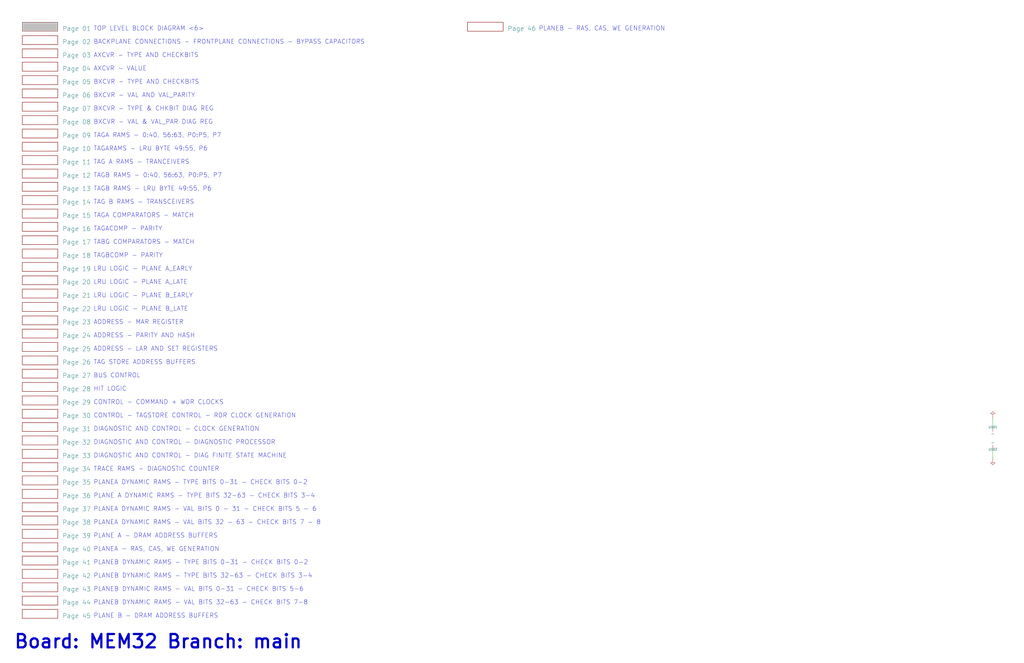
<source format=kicad_sch>
(kicad_sch (version 20220404) (generator eeschema)
  (paper "User" 584.2 378.46)
  (title_block (title "MEM32 Main"))
  (lib_symbols
    (symbol "r1000:PD" (power) (pin_numbers hide) (pin_names hide) (in_bom no)
      (symbol "PD_0_1"
        (polyline (pts (xy 0 -2.54) (xy 1.27 -2.54) (xy 0 -3.81) (xy -1.27 -2.54) (xy 0 -2.54)) (stroke (width 0.1524)))
      )
      (symbol "PD_1_1"
        (pin power_in line (at 0 0 270) (length 2.54) (name "PD") (number "1"))
      )
    )
    (symbol "r1000:PU" (power) (pin_numbers hide) (pin_names hide)
      (symbol "PU_0_1"
        (polyline (pts (xy 0 2.54) (xy -1.27 2.54) (xy 0 3.81) (xy 1.27 2.54) (xy 0 2.54)) (stroke (width 0.1524)))
      )
      (symbol "PU_1_1"
        (pin power_in line (at 0 0 90) (length 2.54) (name "PU") (number "1"))
      )
    )
    (symbol "r1000:Pull_Down" (pin_numbers hide) (pin_names hide)
      (property "Reference" "U" (at 0 0 0))
      (property "Value" "Pull_Down" (at 0 3.81 0))
      (symbol "Pull_Down_1_1"
        (pin power_out line (at 0 0 90) (length 2.54) (name "Out") (number "1"))
      )
    )
    (symbol "r1000:Pull_Up" (pin_numbers hide) (pin_names hide)
      (property "Reference" "U" (at 0 0 0))
      (property "Value" "Pull_Up" (at 0 -3.81 0))
      (symbol "Pull_Up_1_1"
        (pin power_out line (at 0 0 270) (length 2.54) (name "Out") (number "1"))
      )
    )
  )
  (wire (pts (xy 566.42 256.54) (xy 566.42 261.62)))
  (wire (pts (xy 566.42 238.76) (xy 566.42 243.84)))
  (text "TAGB RAMS - 0:40, 56:63, P0:P5, P7" (at 53.34 101.6 0) (effects (font (size 2.54 2.54)) (justify left bottom)))
  (text "HIT LOGIC" (at 53.34 223.52 0) (effects (font (size 2.54 2.54)) (justify left bottom)))
  (text "BXCVR - VAL & VAL_PAR DIAG REG" (at 53.34 71.12 0) (effects (font (size 2.54 2.54)) (justify left bottom)))
  (text "PLANEB DYNAMIC RAMS - TYPE BITS 32-63 - CHECK BITS 3-4" (at 53.34 330.2 0) (effects (font (size 2.54 2.54)) (justify left bottom)))
  (text "BUS CONTROL" (at 53.34 215.9 0) (effects (font (size 2.54 2.54)) (justify left bottom)))
  (text "BXCVR - VAL AND VAL_PARITY" (at 53.34 55.88 0) (effects (font (size 2.54 2.54)) (justify left bottom)))
  (text "TAGACOMP - PARITY" (at 53.34 132.08 0) (effects (font (size 2.54 2.54)) (justify left bottom)))
  (text "TAG B RAMS - TRANSCEIVERS" (at 53.34 116.84 0) (effects (font (size 2.54 2.54)) (justify left bottom)))
  (text "BXCVR - TYPE AND CHECKBITS" (at 53.34 48.26 0) (effects (font (size 2.54 2.54)) (justify left bottom)))
  (text "LRU LOGIC - PLANE B_LATE" (at 53.34 177.8 0) (effects (font (size 2.54 2.54)) (justify left bottom)))
  (text "ADDRESS - LAR AND SET REGISTERS" (at 53.34 200.66 0) (effects (font (size 2.54 2.54)) (justify left bottom)))
  (text "PLANE A - DRAM ADDRESS BUFFERS" (at 53.34 307.34 0) (effects (font (size 2.54 2.54)) (justify left bottom)))
  (text "TRACE RAMS - DIAGNOSTIC COUNTER" (at 53.34 269.24 0) (effects (font (size 2.54 2.54)) (justify left bottom)))
  (text "AXCVR - TYPE AND CHECKBITS" (at 53.34 33.02 0) (effects (font (size 2.54 2.54)) (justify left bottom)))
  (text "LRU LOGIC - PLANE A_LATE" (at 53.34 162.56 0) (effects (font (size 2.54 2.54)) (justify left bottom)))
  (text "PLANEA DYNAMIC RAMS - VAL BITS 32 - 63 - CHECK BITS 7 - 8" (at 53.34 299.72 0) (effects (font (size 2.54 2.54)) (justify left bottom)))
  (text "PLANEA DYNAMIC RAMS - VAL BITS 0 - 31 - CHECK BITS 5 - 6" (at 53.34 292.1 0) (effects (font (size 2.54 2.54)) (justify left bottom)))
  (text "PLANEB DYNAMIC RAMS - TYPE BITS 0-31 - CHECK BITS 0-2" (at 53.34 322.58 0) (effects (font (size 2.54 2.54)) (justify left bottom)))
  (text "TAGBCOMP - PARITY" (at 53.34 147.32 0) (effects (font (size 2.54 2.54)) (justify left bottom)))
  (text "PLANEB DYNAMIC RAMS - VAL BITS 0-31 - CHECK BITS 5-6" (at 53.34 337.82 0) (effects (font (size 2.54 2.54)) (justify left bottom)))
  (text "PLANEA DYNAMIC RAMS - TYPE BITS 0-31 - CHECK BITS 0-2" (at 53.34 276.86 0) (effects (font (size 2.54 2.54)) (justify left bottom)))
  (text "TAGB RAMS - LRU BYTE 49:55, P6" (at 53.34 109.22 0) (effects (font (size 2.54 2.54)) (justify left bottom)))
  (text "ADDRESS - PARITY AND HASH" (at 53.34 193.04 0) (effects (font (size 2.54 2.54)) (justify left bottom)))
  (text "TABG COMPARATORS - MATCH" (at 53.34 139.7 0) (effects (font (size 2.54 2.54)) (justify left bottom)))
  (text "PLANEB DYNAMIC RAMS - VAL BITS 32-63 - CHECK BITS 7-8" (at 53.34 345.44 0) (effects (font (size 2.54 2.54)) (justify left bottom)))
  (text "BACKPLANE CONNECTIONS - FRONTPLANE CONNECTIONS - BYPASS CAPACITORS" (at 53.34 25.4 0) (effects (font (size 2.54 2.54)) (justify left bottom)))
  (text "TAG STORE ADDRESS BUFFERS" (at 53.34 208.28 0) (effects (font (size 2.54 2.54)) (justify left bottom)))
  (text "DIAGNOSTIC AND CONTROL - DIAG FINITE STATE MACHINE" (at 53.34 261.62 0) (effects (font (size 2.54 2.54)) (justify left bottom)))
  (text "TAGA COMPARATORS - MATCH" (at 53.34 124.46 0) (effects (font (size 2.54 2.54)) (justify left bottom)))
  (text "DIAGNOSTIC AND CONTROL - DIAGNOSTIC PROCESSOR" (at 53.34 254 0) (effects (font (size 2.54 2.54)) (justify left bottom)))
  (text "PLANEB - RAS, CAS, WE GENERATION" (at 307.34 17.78 0) (effects (font (size 2.54 2.54)) (justify left bottom)))
  (text "LRU LOGIC - PLANE B_EARLY" (at 53.34 170.18 0) (effects (font (size 2.54 2.54)) (justify left bottom)))
  (text "TAG A RAMS - TRANCEIVERS" (at 53.34 93.98 0) (effects (font (size 2.54 2.54)) (justify left bottom)))
  (text "AXCVR - VALUE" (at 53.34 40.64 0) (effects (font (size 2.54 2.54)) (justify left bottom)))
  (text "DIAGNOSTIC AND CONTROL - CLOCK GENERATION" (at 53.34 246.38 0) (effects (font (size 2.54 2.54)) (justify left bottom)))
  (text "BXCVR - TYPE & CHKBIT DIAG REG" (at 53.34 63.5 0) (effects (font (size 2.54 2.54)) (justify left bottom)))
  (text "TAGA RAMS - 0:40, 56:63, P0:P5, P7" (at 53.34 78.74 0) (effects (font (size 2.54 2.54)) (justify left bottom)))
  (text "TAGARAMS - LRU BYTE 49:55, P6" (at 53.34 86.36 0) (effects (font (size 2.54 2.54)) (justify left bottom)))
  (text "CONTROL - COMMAND + WDR CLOCKS" (at 53.34 231.14 0) (effects (font (size 2.54 2.54)) (justify left bottom)))
  (text "LRU LOGIC - PLANE A_EARLY" (at 53.34 154.94 0) (effects (font (size 2.54 2.54)) (justify left bottom)))
  (text "PLANE B - DRAM ADDRESS BUFFERS" (at 53.34 353.06 0) (effects (font (size 2.54 2.54)) (justify left bottom)))
  (text "PLANEA - RAS, CAS, WE GENERATION" (at 53.34 314.96 0) (effects (font (size 2.54 2.54)) (justify left bottom)))
  (text "CONTROL - TAGSTORE CONTROL - RDR CLOCK GENERATION" (at 53.34 238.76 0) (effects (font (size 2.54 2.54)) (justify left bottom)))
  (text "TOP LEVEL BLOCK DIAGRAM <6>" (at 53.34 17.78 0) (effects (font (size 2.54 2.54)) (justify left bottom)))
  (text "Board: MEM32 Branch: main" (at 7.62 370.84 0) (effects (font (size 7.62 7.62) (thickness 1.27) bold) (justify left bottom)))
  (text "ADDRESS - MAR REGISTER" (at 53.34 185.42 0) (effects (font (size 2.54 2.54)) (justify left bottom)))
  (text "PLANE A DYNAMIC RAMS - TYPE BITS 32-63 - CHECK BITS 3-4" (at 53.34 284.48 0) (effects (font (size 2.54 2.54)) (justify left bottom)))
  (symbol (lib_id "r1000:Pull_Down") (at 566.42 256.54 0) (unit 1)
    (default_instance (reference "U") (unit 1) (value "") (footprint ""))
    (property "Reference" "U102" (at 566.42 256.54 0))
    (property "Value" "~" (at 566.42 252.73 0) (effects (font (size 2.54 2.54))))
  )
  (symbol (lib_id "r1000:Pull_Up") (at 566.42 243.84 0) (unit 1)
    (default_instance (reference "U") (unit 1) (value "") (footprint ""))
    (property "Reference" "U101" (at 566.42 243.84 0))
    (property "Value" "~" (at 566.42 247.65 0) (effects (font (size 2.54 2.54))))
  )
  (symbol (lib_id "r1000:PD") (at 566.42 261.62 0) (unit 1) (in_bom no)
    (default_instance (reference "U") (unit 1) (value "") (footprint ""))
    (property "Reference" "#PWR0102" (effects hide))
  )
  (symbol (lib_id "r1000:PU") (at 566.42 238.76 0) (unit 1)
    (default_instance (reference "U") (unit 1) (value "") (footprint ""))
    (property "Reference" "#PWR0101" (effects hide))
  )
  (sheet (at 12.7 195.58) (size 20.32 5.08)
    (property "Sheetname" "Page 25" (at 35.56 200.66 0) (effects (font (size 2.54 2.54)) (justify left bottom)))
    (property "Sheetfile" "pg_25.kicad_sch" (effects hide))
  )
  (sheet (at 12.7 226.06) (size 20.32 5.08)
    (property "Sheetname" "Page 29" (at 35.56 231.14 0) (effects (font (size 2.54 2.54)) (justify left bottom)))
    (property "Sheetfile" "pg_29.kicad_sch" (effects hide))
  )
  (sheet (at 12.7 271.78) (size 20.32 5.08)
    (property "Sheetname" "Page 35" (at 35.56 276.86 0) (effects (font (size 2.54 2.54)) (justify left bottom)))
    (property "Sheetfile" "pg_35.kicad_sch" (effects hide))
  )
  (sheet (at 12.7 66.04) (size 20.32 5.08)
    (property "Sheetname" "Page 08" (at 35.56 71.12 0) (effects (font (size 2.54 2.54)) (justify left bottom)))
    (property "Sheetfile" "pg_08.kicad_sch" (effects hide))
  )
  (sheet (at 12.7 157.48) (size 20.32 5.08)
    (property "Sheetname" "Page 20" (at 35.56 162.56 0) (effects (font (size 2.54 2.54)) (justify left bottom)))
    (property "Sheetfile" "pg_20.kicad_sch" (effects hide))
  )
  (sheet (at 12.7 119.38) (size 20.32 5.08)
    (property "Sheetname" "Page 15" (at 35.56 124.46 0) (effects (font (size 2.54 2.54)) (justify left bottom)))
    (property "Sheetfile" "pg_15.kicad_sch" (effects hide))
  )
  (sheet (at 12.7 88.9) (size 20.32 5.08)
    (property "Sheetname" "Page 11" (at 35.56 93.98 0) (effects (font (size 2.54 2.54)) (justify left bottom)))
    (property "Sheetfile" "pg_11.kicad_sch" (effects hide))
  )
  (sheet (at 12.7 332.74) (size 20.32 5.08)
    (property "Sheetname" "Page 43" (at 35.56 337.82 0) (effects (font (size 2.54 2.54)) (justify left bottom)))
    (property "Sheetfile" "pg_43.kicad_sch" (effects hide))
  )
  (sheet (at 12.7 218.44) (size 20.32 5.08)
    (property "Sheetname" "Page 28" (at 35.56 223.52 0) (effects (font (size 2.54 2.54)) (justify left bottom)))
    (property "Sheetfile" "pg_28.kicad_sch" (effects hide))
  )
  (sheet (at 12.7 172.72) (size 20.32 5.08)
    (property "Sheetname" "Page 22" (at 35.56 177.8 0) (effects (font (size 2.54 2.54)) (justify left bottom)))
    (property "Sheetfile" "pg_22.kicad_sch" (effects hide))
  )
  (sheet (at 12.7 111.76) (size 20.32 5.08)
    (property "Sheetname" "Page 14" (at 35.56 116.84 0) (effects (font (size 2.54 2.54)) (justify left bottom)))
    (property "Sheetfile" "pg_14.kicad_sch" (effects hide))
  )
  (sheet (at 12.7 317.5) (size 20.32 5.08)
    (property "Sheetname" "Page 41" (at 35.56 322.58 0) (effects (font (size 2.54 2.54)) (justify left bottom)))
    (property "Sheetfile" "pg_41.kicad_sch" (effects hide))
  )
  (sheet (at 12.7 165.1) (size 20.32 5.08)
    (property "Sheetname" "Page 21" (at 35.56 170.18 0) (effects (font (size 2.54 2.54)) (justify left bottom)))
    (property "Sheetfile" "pg_21.kicad_sch" (effects hide))
  )
  (sheet (at 12.7 325.12) (size 20.32 5.08)
    (property "Sheetname" "Page 42" (at 35.56 330.2 0) (effects (font (size 2.54 2.54)) (justify left bottom)))
    (property "Sheetfile" "pg_42.kicad_sch" (effects hide))
  )
  (sheet (at 12.7 73.66) (size 20.32 5.08)
    (property "Sheetname" "Page 09" (at 35.56 78.74 0) (effects (font (size 2.54 2.54)) (justify left bottom)))
    (property "Sheetfile" "pg_09.kicad_sch" (effects hide))
  )
  (sheet (at 12.7 347.98) (size 20.32 5.08)
    (property "Sheetname" "Page 45" (at 35.56 353.06 0) (effects (font (size 2.54 2.54)) (justify left bottom)))
    (property "Sheetfile" "pg_45.kicad_sch" (effects hide))
  )
  (sheet (at 12.7 12.7) (size 20.32 5.08) (fill (color 192 192 192 1.0000))
    (property "Sheetname" "Page 01" (at 35.56 17.78 0) (effects (font (size 2.54 2.54)) (justify left bottom)))
    (property "Sheetfile" "pg_01.kicad_sch" (effects hide))
  )
  (sheet (at 12.7 20.32) (size 20.32 5.08)
    (property "Sheetname" "Page 02" (at 35.56 25.4 0) (effects (font (size 2.54 2.54)) (justify left bottom)))
    (property "Sheetfile" "pg_02.kicad_sch" (effects hide))
  )
  (sheet (at 12.7 142.24) (size 20.32 5.08)
    (property "Sheetname" "Page 18" (at 35.56 147.32 0) (effects (font (size 2.54 2.54)) (justify left bottom)))
    (property "Sheetfile" "pg_18.kicad_sch" (effects hide))
  )
  (sheet (at 12.7 294.64) (size 20.32 5.08)
    (property "Sheetname" "Page 38" (at 35.56 299.72 0) (effects (font (size 2.54 2.54)) (justify left bottom)))
    (property "Sheetfile" "pg_38.kicad_sch" (effects hide))
  )
  (sheet (at 12.7 149.86) (size 20.32 5.08)
    (property "Sheetname" "Page 19" (at 35.56 154.94 0) (effects (font (size 2.54 2.54)) (justify left bottom)))
    (property "Sheetfile" "pg_19.kicad_sch" (effects hide))
  )
  (sheet (at 12.7 180.34) (size 20.32 5.08)
    (property "Sheetname" "Page 23" (at 35.56 185.42 0) (effects (font (size 2.54 2.54)) (justify left bottom)))
    (property "Sheetfile" "pg_23.kicad_sch" (effects hide))
  )
  (sheet (at 12.7 287.02) (size 20.32 5.08)
    (property "Sheetname" "Page 37" (at 35.56 292.1 0) (effects (font (size 2.54 2.54)) (justify left bottom)))
    (property "Sheetfile" "pg_37.kicad_sch" (effects hide))
  )
  (sheet (at 12.7 27.94) (size 20.32 5.08)
    (property "Sheetname" "Page 03" (at 35.56 33.02 0) (effects (font (size 2.54 2.54)) (justify left bottom)))
    (property "Sheetfile" "pg_03.kicad_sch" (effects hide))
  )
  (sheet (at 12.7 233.68) (size 20.32 5.08)
    (property "Sheetname" "Page 30" (at 35.56 238.76 0) (effects (font (size 2.54 2.54)) (justify left bottom)))
    (property "Sheetfile" "pg_30.kicad_sch" (effects hide))
  )
  (sheet (at 12.7 264.16) (size 20.32 5.08)
    (property "Sheetname" "Page 34" (at 35.56 269.24 0) (effects (font (size 2.54 2.54)) (justify left bottom)))
    (property "Sheetfile" "pg_34.kicad_sch" (effects hide))
  )
  (sheet (at 12.7 187.96) (size 20.32 5.08)
    (property "Sheetname" "Page 24" (at 35.56 193.04 0) (effects (font (size 2.54 2.54)) (justify left bottom)))
    (property "Sheetfile" "pg_24.kicad_sch" (effects hide))
  )
  (sheet (at 12.7 256.54) (size 20.32 5.08)
    (property "Sheetname" "Page 33" (at 35.56 261.62 0) (effects (font (size 2.54 2.54)) (justify left bottom)))
    (property "Sheetfile" "pg_33.kicad_sch" (effects hide))
  )
  (sheet (at 12.7 134.62) (size 20.32 5.08)
    (property "Sheetname" "Page 17" (at 35.56 139.7 0) (effects (font (size 2.54 2.54)) (justify left bottom)))
    (property "Sheetfile" "pg_17.kicad_sch" (effects hide))
  )
  (sheet (at 12.7 58.42) (size 20.32 5.08)
    (property "Sheetname" "Page 07" (at 35.56 63.5 0) (effects (font (size 2.54 2.54)) (justify left bottom)))
    (property "Sheetfile" "pg_07.kicad_sch" (effects hide))
  )
  (sheet (at 12.7 241.3) (size 20.32 5.08)
    (property "Sheetname" "Page 31" (at 35.56 246.38 0) (effects (font (size 2.54 2.54)) (justify left bottom)))
    (property "Sheetfile" "pg_31.kicad_sch" (effects hide))
  )
  (sheet (at 12.7 302.26) (size 20.32 5.08)
    (property "Sheetname" "Page 39" (at 35.56 307.34 0) (effects (font (size 2.54 2.54)) (justify left bottom)))
    (property "Sheetfile" "pg_39.kicad_sch" (effects hide))
  )
  (sheet (at 12.7 43.18) (size 20.32 5.08)
    (property "Sheetname" "Page 05" (at 35.56 48.26 0) (effects (font (size 2.54 2.54)) (justify left bottom)))
    (property "Sheetfile" "pg_05.kicad_sch" (effects hide))
  )
  (sheet (at 12.7 127) (size 20.32 5.08)
    (property "Sheetname" "Page 16" (at 35.56 132.08 0) (effects (font (size 2.54 2.54)) (justify left bottom)))
    (property "Sheetfile" "pg_16.kicad_sch" (effects hide))
  )
  (sheet (at 12.7 279.4) (size 20.32 5.08)
    (property "Sheetname" "Page 36" (at 35.56 284.48 0) (effects (font (size 2.54 2.54)) (justify left bottom)))
    (property "Sheetfile" "pg_36.kicad_sch" (effects hide))
  )
  (sheet (at 12.7 81.28) (size 20.32 5.08)
    (property "Sheetname" "Page 10" (at 35.56 86.36 0) (effects (font (size 2.54 2.54)) (justify left bottom)))
    (property "Sheetfile" "pg_10.kicad_sch" (effects hide))
  )
  (sheet (at 12.7 50.8) (size 20.32 5.08)
    (property "Sheetname" "Page 06" (at 35.56 55.88 0) (effects (font (size 2.54 2.54)) (justify left bottom)))
    (property "Sheetfile" "pg_06.kicad_sch" (effects hide))
  )
  (sheet (at 12.7 104.14) (size 20.32 5.08)
    (property "Sheetname" "Page 13" (at 35.56 109.22 0) (effects (font (size 2.54 2.54)) (justify left bottom)))
    (property "Sheetfile" "pg_13.kicad_sch" (effects hide))
  )
  (sheet (at 12.7 210.82) (size 20.32 5.08)
    (property "Sheetname" "Page 27" (at 35.56 215.9 0) (effects (font (size 2.54 2.54)) (justify left bottom)))
    (property "Sheetfile" "pg_27.kicad_sch" (effects hide))
  )
  (sheet (at 12.7 248.92) (size 20.32 5.08)
    (property "Sheetname" "Page 32" (at 35.56 254 0) (effects (font (size 2.54 2.54)) (justify left bottom)))
    (property "Sheetfile" "pg_32.kicad_sch" (effects hide))
  )
  (sheet (at 266.7 12.7) (size 20.32 5.08)
    (property "Sheetname" "Page 46" (at 289.56 17.78 0) (effects (font (size 2.54 2.54)) (justify left bottom)))
    (property "Sheetfile" "pg_46.kicad_sch" (effects hide))
  )
  (sheet (at 12.7 96.52) (size 20.32 5.08)
    (property "Sheetname" "Page 12" (at 35.56 101.6 0) (effects (font (size 2.54 2.54)) (justify left bottom)))
    (property "Sheetfile" "pg_12.kicad_sch" (effects hide))
  )
  (sheet (at 12.7 309.88) (size 20.32 5.08)
    (property "Sheetname" "Page 40" (at 35.56 314.96 0) (effects (font (size 2.54 2.54)) (justify left bottom)))
    (property "Sheetfile" "pg_40.kicad_sch" (effects hide))
  )
  (sheet (at 12.7 35.56) (size 20.32 5.08)
    (property "Sheetname" "Page 04" (at 35.56 40.64 0) (effects (font (size 2.54 2.54)) (justify left bottom)))
    (property "Sheetfile" "pg_04.kicad_sch" (effects hide))
  )
  (sheet (at 12.7 203.2) (size 20.32 5.08)
    (property "Sheetname" "Page 26" (at 35.56 208.28 0) (effects (font (size 2.54 2.54)) (justify left bottom)))
    (property "Sheetfile" "pg_26.kicad_sch" (effects hide))
  )
  (sheet (at 12.7 340.36) (size 20.32 5.08)
    (property "Sheetname" "Page 44" (at 35.56 345.44 0) (effects (font (size 2.54 2.54)) (justify left bottom)))
    (property "Sheetfile" "pg_44.kicad_sch" (effects hide))
  )
)
</source>
